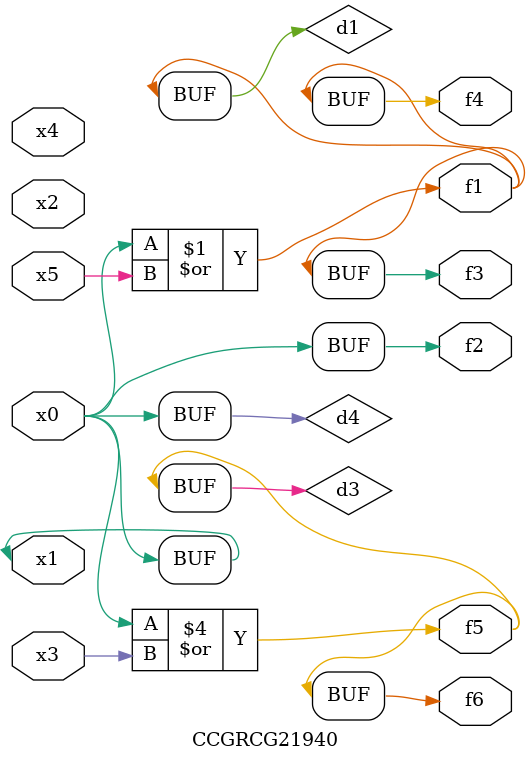
<source format=v>
module CCGRCG21940(
	input x0, x1, x2, x3, x4, x5,
	output f1, f2, f3, f4, f5, f6
);

	wire d1, d2, d3, d4;

	or (d1, x0, x5);
	xnor (d2, x1, x4);
	or (d3, x0, x3);
	buf (d4, x0, x1);
	assign f1 = d1;
	assign f2 = d4;
	assign f3 = d1;
	assign f4 = d1;
	assign f5 = d3;
	assign f6 = d3;
endmodule

</source>
